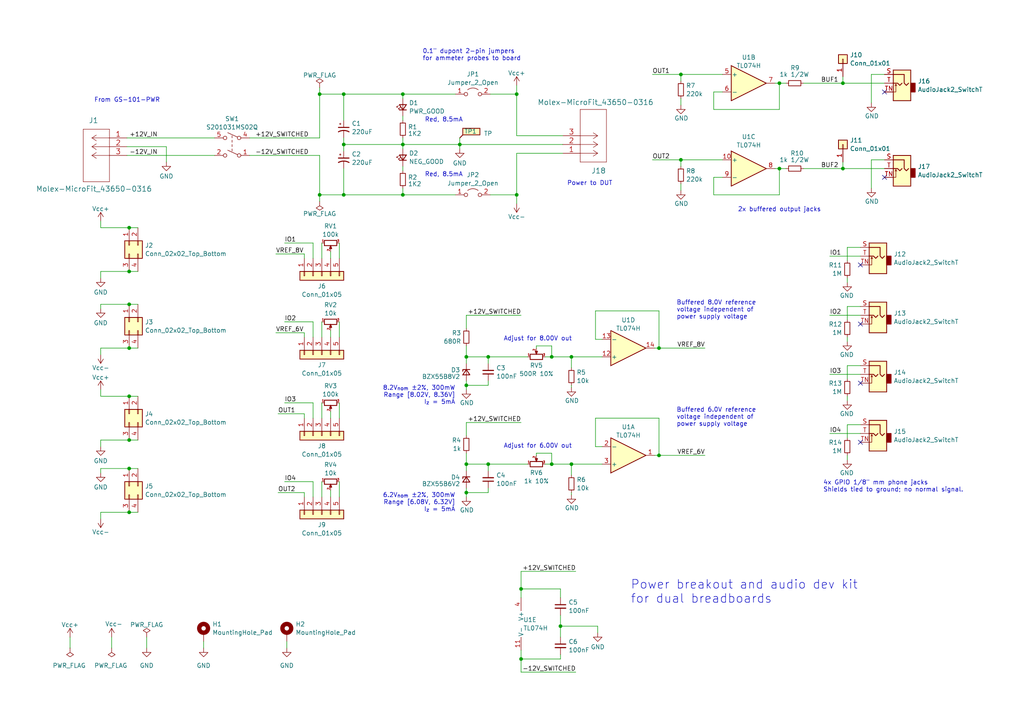
<source format=kicad_sch>
(kicad_sch (version 20231120) (generator "eeschema") (generator_version "8.0")
  (paper "A4")
  (lib_symbols
    (symbol "Aaron-Connectors:Molex-MicroFit_43650-0316" (pin_names (offset 0.254) hide)
      (property "Reference" "J" (at 8.89 6.35 0))
      (property "Value" "Molex-MicroFit_43650-0316" (at 9.5504 -14.7828 0))
      (symbol "Molex-MicroFit_43650-0316_1_1"
        (pin passive line (at 0 0 0) (length 5.08) (name "1") (number "1"))
        (pin passive line (at 0 -2.54 0) (length 5.08) (name "2") (number "2"))
        (pin passive line (at 0 -5.08 0) (length 5.08) (name "3") (number "3"))
      )
    )
    (symbol "Aaron-OpAmps-Comparators:TL074H" (pin_names (offset 0.127))
      (property "Reference" "U" (at 0 5.08 0))
      (property "Value" "TL074H" (at 0 -5.08 0))
      (symbol "TL074H_1_1"
        (pin output line (at 7.62 0 180) (length 2.54) (name "~") (number "1"))
        (pin input line (at -7.62 -2.54 0) (length 2.54) (name "-") (number "2"))
        (pin input line (at -7.62 2.54 0) (length 2.54) (name "+") (number "3"))
      )
      (symbol "TL074H_2_1"
        (pin input line (at -7.62 2.54 0) (length 2.54) (name "+") (number "5"))
        (pin input line (at -7.62 -2.54 0) (length 2.54) (name "-") (number "6"))
        (pin output line (at 7.62 0 180) (length 2.54) (name "~") (number "7"))
      )
      (symbol "TL074H_3_1"
        (pin input line (at -7.62 2.54 0) (length 2.54) (name "+") (number "10"))
        (pin output line (at 7.62 0 180) (length 2.54) (name "~") (number "8"))
        (pin input line (at -7.62 -2.54 0) (length 2.54) (name "-") (number "9"))
      )
      (symbol "TL074H_4_1"
        (pin input line (at -7.62 2.54 0) (length 2.54) (name "+") (number "12"))
        (pin input line (at -7.62 -2.54 0) (length 2.54) (name "-") (number "13"))
        (pin output line (at 7.62 0 180) (length 2.54) (name "~") (number "14"))
      )
      (symbol "TL074H_5_1"
        (pin power_in line (at -2.54 -7.62 90) (length 3.81) (name "V-") (number "11"))
        (pin power_in line (at -2.54 7.62 270) (length 3.81) (name "V+") (number "4"))
      )
    )
    (symbol "Aaron-Power:Vcc+" (power) (pin_names (offset 0)) (in_bom no)
      (property "Value" "Vcc+" (at 0 3.81 0))
      (symbol "Vcc+_1_1"
        (pin power_in line (at 0 0 90) (length 0) hide (name "Vcc+") (number "1"))
      )
    )
    (symbol "Aaron-Power:Vcc-" (power) (pin_names (offset 0)) (in_bom no)
      (property "Value" "Vcc-" (at 0 3.81 0))
      (symbol "Vcc-_1_1"
        (pin power_in line (at 0 0 90) (length 0) hide (name "Vcc-") (number "1"))
      )
    )
    (symbol "Connector:TestPoint_Flag" (pin_numbers hide) (pin_names (offset 0.762) hide)
      (property "Reference" "TP" (at 3.429 1.778 0))
      (property "Value" "TestPoint_Flag" (at 3.302 4.191 0))
      (symbol "TestPoint_Flag_1_1"
        (pin passive line (at 0 0 90) (length 0) (name "1") (number "1"))
      )
    )
    (symbol "Connector_Audio:AudioJack2_SwitchT"
      (property "Reference" "J" (at 0 8.89 0))
      (property "Value" "AudioJack2_SwitchT" (at 0 6.35 0))
      (symbol "AudioJack2_SwitchT_1_1"
        (pin passive line (at 5.08 2.54 180) (length 2.54) (name "~") (number "S"))
        (pin passive line (at 5.08 0 180) (length 2.54) (name "~") (number "T"))
        (pin passive line (at 5.08 -2.54 180) (length 2.54) (name "~") (number "TN"))
      )
    )
    (symbol "Connector_Generic:Conn_01x01" (pin_names (offset 1.016) hide)
      (property "Reference" "J" (at 0 2.54 0))
      (property "Value" "Conn_01x01" (at 0 -2.54 0))
      (symbol "Conn_01x01_1_1"
        (pin passive line (at -5.08 0 0) (length 3.81) (name "Pin_1") (number "1"))
      )
    )
    (symbol "Connector_Generic:Conn_01x05" (pin_names (offset 1.016) hide)
      (property "Reference" "J" (at 0 7.62 0))
      (property "Value" "Conn_01x05" (at 0 -7.62 0))
      (symbol "Conn_01x05_1_1"
        (pin passive line (at -5.08 5.08 0) (length 3.81) (name "Pin_1") (number "1"))
        (pin passive line (at -5.08 2.54 0) (length 3.81) (name "Pin_2") (number "2"))
        (pin passive line (at -5.08 0 0) (length 3.81) (name "Pin_3") (number "3"))
        (pin passive line (at -5.08 -2.54 0) (length 3.81) (name "Pin_4") (number "4"))
        (pin passive line (at -5.08 -5.08 0) (length 3.81) (name "Pin_5") (number "5"))
      )
    )
    (symbol "Connector_Generic:Conn_02x02_Top_Bottom" (pin_names (offset 1.016) hide)
      (property "Reference" "J" (at 1.27 2.54 0))
      (property "Value" "Conn_02x02_Top_Bottom" (at 1.27 -5.08 0))
      (symbol "Conn_02x02_Top_Bottom_1_1"
        (pin passive line (at -5.08 0 0) (length 3.81) (name "Pin_1") (number "1"))
        (pin passive line (at -5.08 -2.54 0) (length 3.81) (name "Pin_2") (number "2"))
        (pin passive line (at 7.62 0 180) (length 3.81) (name "Pin_3") (number "3"))
        (pin passive line (at 7.62 -2.54 180) (length 3.81) (name "Pin_4") (number "4"))
      )
    )
    (symbol "Device:C_Polarized_Small_US" (pin_numbers hide) (pin_names (offset 0.254) hide)
      (property "Reference" "C" (at 0.254 1.778 0))
      (property "Value" "C_Polarized_Small_US" (at 0.254 -2.032 0))
      (symbol "C_Polarized_Small_US_1_1"
        (pin passive line (at 0 2.54 270) (length 2.032) (name "~") (number "1"))
        (pin passive line (at 0 -2.54 90) (length 2.032) (name "~") (number "2"))
      )
    )
    (symbol "Device:C_Small" (pin_numbers hide) (pin_names (offset 0.254) hide)
      (property "Reference" "C" (at 0.254 1.778 0))
      (property "Value" "C_Small" (at 0.254 -2.032 0))
      (symbol "C_Small_1_1"
        (pin passive line (at 0 2.54 270) (length 2.032) (name "~") (number "1"))
        (pin passive line (at 0 -2.54 90) (length 2.032) (name "~") (number "2"))
      )
    )
    (symbol "Device:D_Zener_Small" (pin_numbers hide) (pin_names (offset 0.254) hide)
      (property "Reference" "D" (at 0 2.286 0))
      (property "Value" "D_Zener_Small" (at 0 -2.286 0))
      (symbol "D_Zener_Small_1_1"
        (pin passive line (at -2.54 0 0) (length 1.778) (name "K") (number "1"))
        (pin passive line (at 2.54 0 180) (length 1.778) (name "A") (number "2"))
      )
    )
    (symbol "Device:LED_Small" (pin_numbers hide) (pin_names (offset 0.254) hide)
      (property "Reference" "D" (at -1.27 3.175 0))
      (property "Value" "LED_Small" (at -4.445 -2.54 0))
      (symbol "LED_Small_1_1"
        (pin passive line (at -2.54 0 0) (length 1.778) (name "K") (number "1"))
        (pin passive line (at 2.54 0 180) (length 1.778) (name "A") (number "2"))
      )
    )
    (symbol "Device:R_Potentiometer_Small" (pin_names (offset 1.016) hide)
      (property "Reference" "RV" (at -4.445 0 90))
      (property "Value" "R_Potentiometer_Small" (at -2.54 0 90))
      (symbol "R_Potentiometer_Small_1_1"
        (pin passive line (at 0 2.54 270) (length 0.635) (name "1") (number "1"))
        (pin passive line (at 2.54 0 180) (length 0.9906) (name "2") (number "2"))
        (pin passive line (at 0 -2.54 90) (length 0.635) (name "3") (number "3"))
      )
    )
    (symbol "Device:R_Small" (pin_numbers hide) (pin_names (offset 0.254) hide)
      (property "Reference" "R" (at 0.762 0.508 0))
      (property "Value" "R_Small" (at 0.762 -1.016 0))
      (symbol "R_Small_1_1"
        (pin passive line (at 0 2.54 270) (length 0.762) (name "~") (number "1"))
        (pin passive line (at 0 -2.54 90) (length 0.762) (name "~") (number "2"))
      )
    )
    (symbol "Jumper:Jumper_2_Open" (pin_names (offset 0) hide)
      (property "Reference" "JP" (at 0 2.794 0))
      (property "Value" "Jumper_2_Open" (at 0 -2.286 0))
      (symbol "Jumper_2_Open_1_1"
        (pin passive line (at -5.08 0 0) (length 2.54) (name "A") (number "1"))
        (pin passive line (at 5.08 0 180) (length 2.54) (name "B") (number "2"))
      )
    )
    (symbol "Mechanical:MountingHole_Pad" (pin_numbers hide) (pin_names (offset 1.016) hide)
      (property "Reference" "H" (at 0 6.35 0))
      (property "Value" "MountingHole_Pad" (at 0 4.445 0))
      (symbol "MountingHole_Pad_1_1"
        (pin input line (at 0 -2.54 90) (length 2.54) (name "1") (number "1"))
      )
    )
    (symbol "Switch:SW_DPST" (pin_names (offset 0) hide)
      (property "Reference" "SW1" (at 0 8.0813 0))
      (property "Value" "S201031MS02Q" (at 0 5.6571 0))
      (symbol "SW_DPST_1_1"
        (pin passive line (at -5.08 -2.54 0) (length 2.54) (name "1") (number "1"))
        (pin passive line (at 5.08 -2.54 180) (length 2.54) (name "2") (number "2"))
        (pin passive line (at -5.08 2.54 0) (length 2.54) (name "4") (number "4"))
        (pin passive line (at 5.08 2.54 180) (length 2.54) (name "5") (number "5"))
      )
    )
    (symbol "power:GND" (power) (pin_names (offset 0))
      (property "Value" "GND" (at 0 -3.81 0))
      (symbol "GND_1_1"
        (pin power_in line (at 0 0 270) (length 0) hide (name "GND") (number "1"))
      )
    )
    (symbol "power:PWR_FLAG" (power) (pin_numbers hide) (pin_names (offset 0) hide)
      (property "Value" "PWR_FLAG" (at 0 3.81 0))
      (symbol "PWR_FLAG_0_0"
        (pin power_out line (at 0 0 90) (length 0) (name "pwr") (number "1"))
      )
    )
  )
  (junction (at 226.06 24.13))
  (junction (at 151.13 170.815))
  (junction (at 37.465 78.74))
  (junction (at 151.13 191.135))
  (junction (at 135.255 111.76))
  (junction (at 191.135 100.965))
  (junction (at 99.695 56.515))
  (junction (at 37.465 135.89))
  (junction (at 133.35 41.91))
  (junction (at 37.465 127.635))
  (junction (at 99.695 27.305))
  (junction (at 160.02 134.62))
  (junction (at 37.465 148.59))
  (junction (at 141.605 134.62))
  (junction (at 135.255 142.875))
  (junction (at 160.02 103.505))
  (junction (at 135.255 103.505))
  (junction (at 226.06 48.895))
  (junction (at 197.485 46.355))
  (junction (at 141.605 103.505))
  (junction (at 116.84 56.515))
  (junction (at 135.255 134.62))
  (junction (at 197.485 21.59))
  (junction (at 244.475 24.13))
  (junction (at 37.465 88.265))
  (junction (at 165.735 134.62))
  (junction (at 99.695 41.91))
  (junction (at 37.465 100.965))
  (junction (at 37.465 114.935))
  (junction (at 191.135 132.08))
  (junction (at 244.475 48.895))
  (junction (at 162.56 181.61))
  (junction (at 37.465 66.04))
  (junction (at 149.86 27.305))
  (junction (at 92.71 56.515))
  (junction (at 116.84 27.305))
  (junction (at 165.735 103.505))
  (junction (at 92.71 27.305))
  (junction (at 116.84 41.91))
  (junction (at 149.86 56.515))
  (no_connect (at 249.555 76.835))
  (no_connect (at 249.555 93.98))
  (no_connect (at 256.54 26.67))
  (no_connect (at 249.555 111.125))
  (no_connect (at 249.555 128.27))
  (no_connect (at 256.54 51.435))
  (wire (pts (xy 99.695 41.91) (xy 99.695 43.815)))
  (wire (pts (xy 141.605 103.505) (xy 141.605 105.41)))
  (wire (pts (xy 29.21 114.935) (xy 37.465 114.935)))
  (wire (pts (xy 99.695 48.895) (xy 99.695 56.515)))
  (wire (pts (xy 98.425 139.7) (xy 98.425 144.145)))
  (wire (pts (xy 191.135 90.17) (xy 172.72 90.17)))
  (wire (pts (xy 48.26 46.99) (xy 48.26 42.545)))
  (wire (pts (xy 29.21 148.59) (xy 37.465 148.59)))
  (wire (pts (xy 29.21 127.635) (xy 37.465 127.635)))
  (wire (pts (xy 151.13 91.44) (xy 135.255 91.44)))
  (wire (pts (xy 29.21 66.04) (xy 37.465 66.04)))
  (wire (pts (xy 245.745 80.645) (xy 245.745 81.915)))
  (wire (pts (xy 32.385 184.785) (xy 32.385 187.96)))
  (wire (pts (xy 142.24 56.515) (xy 149.86 56.515)))
  (wire (pts (xy 37.465 66.04) (xy 40.005 66.04)))
  (wire (pts (xy 95.885 95.885) (xy 95.885 97.79)))
  (wire (pts (xy 95.885 119.38) (xy 95.885 121.285)))
  (wire (pts (xy 135.255 103.505) (xy 135.255 105.41)))
  (wire (pts (xy 135.255 100.33) (xy 135.255 103.505)))
  (wire (pts (xy 133.35 41.91) (xy 133.35 43.18)))
  (wire (pts (xy 249.555 91.44) (xy 240.665 91.44)))
  (wire (pts (xy 207.01 51.435) (xy 207.01 56.515)))
  (wire (pts (xy 82.55 139.7) (xy 90.805 139.7)))
  (wire (pts (xy 135.255 111.76) (xy 141.605 111.76)))
  (wire (pts (xy 141.605 141.605) (xy 141.605 142.875)))
  (wire (pts (xy 29.21 64.135) (xy 29.21 66.04)))
  (wire (pts (xy 249.555 74.295) (xy 240.665 74.295)))
  (wire (pts (xy 197.485 48.26) (xy 197.485 46.355)))
  (wire (pts (xy 29.21 88.265) (xy 29.21 89.535)))
  (wire (pts (xy 29.21 102.87) (xy 29.21 100.965)))
  (wire (pts (xy 142.24 27.305) (xy 149.86 27.305)))
  (wire (pts (xy 90.805 70.485) (xy 90.805 74.93)))
  (wire (pts (xy 42.545 184.785) (xy 42.545 187.96)))
  (wire (pts (xy 135.255 91.44) (xy 135.255 95.25)))
  (wire (pts (xy 197.485 28.575) (xy 197.485 30.48)))
  (wire (pts (xy 135.255 110.49) (xy 135.255 111.76)))
  (wire (pts (xy 249.555 123.19) (xy 245.745 123.19)))
  (wire (pts (xy 29.21 88.265) (xy 37.465 88.265)))
  (wire (pts (xy 162.56 181.61) (xy 162.56 184.785)))
  (wire (pts (xy 165.735 143.51) (xy 165.735 142.875)))
  (wire (pts (xy 90.805 93.345) (xy 90.805 97.79)))
  (wire (pts (xy 162.56 191.135) (xy 162.56 189.865)))
  (wire (pts (xy 197.485 53.34) (xy 197.485 55.245)))
  (wire (pts (xy 90.805 139.7) (xy 90.805 144.145)))
  (wire (pts (xy 155.575 100.965) (xy 155.575 100.33)))
  (wire (pts (xy 95.885 73.025) (xy 95.885 74.93)))
  (wire (pts (xy 224.79 48.895) (xy 226.06 48.895)))
  (wire (pts (xy 80.01 96.52) (xy 88.265 96.52)))
  (wire (pts (xy 245.745 123.19) (xy 245.745 127)))
  (wire (pts (xy 197.485 21.59) (xy 209.55 21.59)))
  (wire (pts (xy 88.265 97.79) (xy 88.265 96.52)))
  (wire (pts (xy 83.185 186.055) (xy 83.185 187.96)))
  (wire (pts (xy 36.83 42.545) (xy 48.26 42.545)))
  (wire (pts (xy 37.465 135.89) (xy 40.005 135.89)))
  (wire (pts (xy 80.645 142.875) (xy 88.265 142.875)))
  (wire (pts (xy 165.735 134.62) (xy 174.625 134.62)))
  (wire (pts (xy 256.54 21.59) (xy 252.73 21.59)))
  (wire (pts (xy 165.735 103.505) (xy 165.735 106.68)))
  (wire (pts (xy 245.745 114.935) (xy 245.745 116.205)))
  (wire (pts (xy 197.485 23.495) (xy 197.485 21.59)))
  (wire (pts (xy 245.745 132.08) (xy 245.745 133.35)))
  (wire (pts (xy 116.84 41.91) (xy 116.84 43.18)))
  (wire (pts (xy 135.255 134.62) (xy 135.255 136.525)))
  (wire (pts (xy 173.355 183.515) (xy 173.355 181.61)))
  (wire (pts (xy 151.13 165.735) (xy 151.13 170.815)))
  (wire (pts (xy 99.695 40.005) (xy 99.695 41.91)))
  (wire (pts (xy 80.01 73.66) (xy 88.265 73.66)))
  (wire (pts (xy 72.39 45.085) (xy 92.71 45.085)))
  (wire (pts (xy 167.005 194.945) (xy 151.13 194.945)))
  (wire (pts (xy 245.745 97.79) (xy 245.745 99.06)))
  (wire (pts (xy 135.255 142.875) (xy 141.605 142.875)))
  (wire (pts (xy 141.605 103.505) (xy 153.035 103.505)))
  (wire (pts (xy 207.01 56.515) (xy 226.06 56.515)))
  (wire (pts (xy 151.13 170.815) (xy 151.13 173.355)))
  (wire (pts (xy 224.79 24.13) (xy 226.06 24.13)))
  (wire (pts (xy 29.21 129.54) (xy 29.21 127.635)))
  (wire (pts (xy 160.02 100.33) (xy 160.02 103.505)))
  (wire (pts (xy 155.575 131.445) (xy 160.02 131.445)))
  (wire (pts (xy 155.575 132.08) (xy 155.575 131.445)))
  (wire (pts (xy 158.115 134.62) (xy 160.02 134.62)))
  (wire (pts (xy 29.21 135.89) (xy 29.21 137.16)))
  (wire (pts (xy 99.695 34.925) (xy 99.695 27.305)))
  (wire (pts (xy 209.55 51.435) (xy 207.01 51.435)))
  (wire (pts (xy 160.02 131.445) (xy 160.02 134.62)))
  (wire (pts (xy 29.21 135.89) (xy 37.465 135.89)))
  (wire (pts (xy 245.745 88.9) (xy 245.745 92.71)))
  (wire (pts (xy 29.21 113.03) (xy 29.21 114.935)))
  (wire (pts (xy 92.71 27.305) (xy 92.71 40.005)))
  (wire (pts (xy 98.425 116.84) (xy 98.425 121.285)))
  (wire (pts (xy 158.115 103.505) (xy 160.02 103.505)))
  (wire (pts (xy 93.345 93.345) (xy 93.345 97.79)))
  (wire (pts (xy 98.425 70.485) (xy 98.425 74.93)))
  (wire (pts (xy 149.86 44.45) (xy 149.86 56.515)))
  (wire (pts (xy 256.54 46.355) (xy 252.73 46.355)))
  (wire (pts (xy 151.13 122.555) (xy 135.255 122.555)))
  (wire (pts (xy 80.645 120.015) (xy 88.265 120.015)))
  (wire (pts (xy 37.465 78.74) (xy 40.005 78.74)))
  (wire (pts (xy 116.84 27.305) (xy 132.08 27.305)))
  (wire (pts (xy 82.55 70.485) (xy 90.805 70.485)))
  (wire (pts (xy 92.71 56.515) (xy 99.695 56.515)))
  (wire (pts (xy 99.695 27.305) (xy 116.84 27.305)))
  (wire (pts (xy 29.21 100.965) (xy 37.465 100.965)))
  (wire (pts (xy 155.575 100.33) (xy 160.02 100.33)))
  (wire (pts (xy 37.465 127.635) (xy 40.005 127.635)))
  (wire (pts (xy 92.71 58.42) (xy 92.71 56.515)))
  (wire (pts (xy 116.84 54.61) (xy 116.84 56.515)))
  (wire (pts (xy 141.605 134.62) (xy 141.605 136.525)))
  (wire (pts (xy 135.255 134.62) (xy 141.605 134.62)))
  (wire (pts (xy 173.355 181.61) (xy 162.56 181.61)))
  (wire (pts (xy 36.83 40.005) (xy 62.23 40.005)))
  (wire (pts (xy 151.13 191.135) (xy 162.56 191.135)))
  (wire (pts (xy 189.865 132.08) (xy 191.135 132.08)))
  (wire (pts (xy 191.135 100.965) (xy 204.47 100.965)))
  (wire (pts (xy 197.485 46.355) (xy 189.23 46.355)))
  (wire (pts (xy 207.01 31.75) (xy 226.06 31.75)))
  (wire (pts (xy 135.255 141.605) (xy 135.255 142.875)))
  (wire (pts (xy 72.39 40.005) (xy 92.71 40.005)))
  (wire (pts (xy 191.135 100.965) (xy 191.135 90.17)))
  (wire (pts (xy 20.32 184.785) (xy 20.32 187.96)))
  (wire (pts (xy 116.84 33.655) (xy 116.84 34.925)))
  (wire (pts (xy 116.84 40.005) (xy 116.84 41.91)))
  (wire (pts (xy 165.735 134.62) (xy 165.735 137.795)))
  (wire (pts (xy 37.465 148.59) (xy 40.005 148.59)))
  (wire (pts (xy 133.35 40.005) (xy 133.35 41.91)))
  (wire (pts (xy 249.555 71.755) (xy 245.745 71.755)))
  (wire (pts (xy 149.86 44.45) (xy 163.195 44.45)))
  (wire (pts (xy 98.425 93.345) (xy 98.425 97.79)))
  (wire (pts (xy 207.01 26.67) (xy 207.01 31.75)))
  (wire (pts (xy 135.255 103.505) (xy 141.605 103.505)))
  (wire (pts (xy 116.84 56.515) (xy 132.08 56.515)))
  (wire (pts (xy 59.055 186.055) (xy 59.055 187.96)))
  (wire (pts (xy 37.465 100.965) (xy 40.005 100.965)))
  (wire (pts (xy 141.605 134.62) (xy 153.035 134.62)))
  (wire (pts (xy 226.06 31.75) (xy 226.06 24.13)))
  (wire (pts (xy 37.465 88.265) (xy 40.005 88.265)))
  (wire (pts (xy 99.695 56.515) (xy 116.84 56.515)))
  (wire (pts (xy 36.83 45.085) (xy 62.23 45.085)))
  (wire (pts (xy 82.55 93.345) (xy 90.805 93.345)))
  (wire (pts (xy 92.71 25.4) (xy 92.71 27.305)))
  (wire (pts (xy 172.72 90.17) (xy 172.72 98.425)))
  (wire (pts (xy 135.255 113.03) (xy 135.255 111.76)))
  (wire (pts (xy 233.045 48.895) (xy 244.475 48.895)))
  (wire (pts (xy 244.475 22.225) (xy 244.475 24.13)))
  (wire (pts (xy 233.045 24.13) (xy 244.475 24.13)))
  (wire (pts (xy 37.465 114.935) (xy 40.005 114.935)))
  (wire (pts (xy 249.555 108.585) (xy 240.665 108.585)))
  (wire (pts (xy 252.73 46.355) (xy 252.73 54.61)))
  (wire (pts (xy 88.265 74.93) (xy 88.265 73.66)))
  (wire (pts (xy 226.06 24.13) (xy 227.965 24.13)))
  (wire (pts (xy 133.35 41.91) (xy 163.195 41.91)))
  (wire (pts (xy 252.73 21.59) (xy 252.73 29.845)))
  (wire (pts (xy 95.885 142.24) (xy 95.885 144.145)))
  (wire (pts (xy 162.56 170.815) (xy 151.13 170.815)))
  (wire (pts (xy 189.865 100.965) (xy 191.135 100.965)))
  (wire (pts (xy 149.86 27.305) (xy 149.86 39.37)))
  (wire (pts (xy 99.695 41.91) (xy 116.84 41.91)))
  (wire (pts (xy 244.475 48.895) (xy 256.54 48.895)))
  (wire (pts (xy 226.06 56.515) (xy 226.06 48.895)))
  (wire (pts (xy 116.84 48.26) (xy 116.84 49.53)))
  (wire (pts (xy 135.255 131.445) (xy 135.255 134.62)))
  (wire (pts (xy 99.695 27.305) (xy 92.71 27.305)))
  (wire (pts (xy 93.345 70.485) (xy 93.345 74.93)))
  (wire (pts (xy 116.84 27.305) (xy 116.84 28.575)))
  (wire (pts (xy 135.255 144.145) (xy 135.255 142.875)))
  (wire (pts (xy 249.555 88.9) (xy 245.745 88.9)))
  (wire (pts (xy 165.735 103.505) (xy 174.625 103.505)))
  (wire (pts (xy 141.605 110.49) (xy 141.605 111.76)))
  (wire (pts (xy 135.255 122.555) (xy 135.255 126.365)))
  (wire (pts (xy 88.265 144.145) (xy 88.265 142.875)))
  (wire (pts (xy 160.02 103.505) (xy 165.735 103.505)))
  (wire (pts (xy 172.72 121.285) (xy 172.72 129.54)))
  (wire (pts (xy 162.56 178.435) (xy 162.56 181.61)))
  (wire (pts (xy 90.805 116.84) (xy 90.805 121.285)))
  (wire (pts (xy 149.86 56.515) (xy 149.86 59.055)))
  (wire (pts (xy 163.195 39.37) (xy 149.86 39.37)))
  (wire (pts (xy 151.13 188.595) (xy 151.13 191.135)))
  (wire (pts (xy 160.02 134.62) (xy 165.735 134.62)))
  (wire (pts (xy 92.71 45.085) (xy 92.71 56.515)))
  (wire (pts (xy 29.21 80.645) (xy 29.21 78.74)))
  (wire (pts (xy 191.135 121.285) (xy 172.72 121.285)))
  (wire (pts (xy 151.13 191.135) (xy 151.13 194.945)))
  (wire (pts (xy 197.485 46.355) (xy 209.55 46.355)))
  (wire (pts (xy 249.555 125.73) (xy 240.665 125.73)))
  (wire (pts (xy 244.475 46.99) (xy 244.475 48.895)))
  (wire (pts (xy 133.35 41.91) (xy 116.84 41.91)))
  (wire (pts (xy 244.475 24.13) (xy 256.54 24.13)))
  (wire (pts (xy 29.21 78.74) (xy 37.465 78.74)))
  (wire (pts (xy 245.745 71.755) (xy 245.745 75.565)))
  (wire (pts (xy 88.265 121.285) (xy 88.265 120.015)))
  (wire (pts (xy 245.745 106.045) (xy 245.745 109.855)))
  (wire (pts (xy 93.345 116.84) (xy 93.345 121.285)))
  (wire (pts (xy 149.86 24.765) (xy 149.86 27.305)))
  (wire (pts (xy 197.485 21.59) (xy 189.23 21.59)))
  (wire (pts (xy 162.56 173.355) (xy 162.56 170.815)))
  (wire (pts (xy 29.21 150.495) (xy 29.21 148.59)))
  (wire (pts (xy 93.345 139.7) (xy 93.345 144.145)))
  (wire (pts (xy 165.735 112.395) (xy 165.735 111.76)))
  (wire (pts (xy 191.135 132.08) (xy 204.47 132.08)))
  (wire (pts (xy 249.555 106.045) (xy 245.745 106.045)))
  (wire (pts (xy 172.72 129.54) (xy 174.625 129.54)))
  (wire (pts (xy 209.55 26.67) (xy 207.01 26.67)))
  (wire (pts (xy 167.005 165.735) (xy 151.13 165.735)))
  (wire (pts (xy 172.72 98.425) (xy 174.625 98.425)))
  (wire (pts (xy 191.135 132.08) (xy 191.135 121.285)))
  (wire (pts (xy 82.55 116.84) (xy 90.805 116.84)))
  (wire (pts (xy 226.06 48.895) (xy 227.965 48.895)))
  (text "8.2V_{nom} ±2%, 300mW\nRange [8.02V, 8.36V]\nI_{z} = 5mA" (at 132.08 117.475 0) (effects (font (size 1.27 1.27)) (justify right bottom)))
  (text "0.1\" dupont 2-pin jumpers \nfor ammeter probes to board" (at 122.555 17.78 0) (effects (font (size 1.27 1.27)) (justify left bottom)))
  (text "Buffered 8.0V reference\nvoltage independent of \npower supply voltage" (at 196.215 92.71 0) (effects (font (size 1.27 1.27)) (justify left bottom)))
  (text "6.2V_{nom} ±2%, 300mW\nRange [6.08V, 6.32V]\nI_{z} = 5mA" (at 132.08 148.59 0) (effects (font (size 1.27 1.27)) (justify right bottom)))
  (text "Adjust for 6.00V out" (at 146.05 130.175 0) (effects (font (size 1.27 1.27)) (justify left bottom)))
  (text "Red, 8.5mA" (at 123.19 35.56 0) (effects (font (size 1.27 1.27)) (justify left bottom)))
  (text "Power breakout and audio dev kit \nfor dual breadboards" (at 182.88 175.26 0) (effects (font (size 2.54 2.54)) (justify left bottom)))
  (text "2x buffered output jacks\n" (at 213.995 61.595 0) (effects (font (size 1.27 1.27)) (justify left bottom)))
  (text "Red, 8.5mA" (at 123.19 51.435 0) (effects (font (size 1.27 1.27)) (justify left bottom)))
  (text "From GS-101-PWR" (at 27.305 29.845 0) (effects (font (size 1.27 1.27)) (justify left bottom)))
  (text "Buffered 6.0V reference\nvoltage independent of \npower supply voltage" (at 196.215 123.825 0) (effects (font (size 1.27 1.27)) (justify left bottom)))
  (text "4x GPIO 1/8\" mm phone jacks\nShields tied to ground; no normal signal." (at 238.76 142.875 0) (effects (font (size 1.27 1.27)) (justify left bottom)))
  (text "Power to DUT" (at 164.465 53.975 0) (effects (font (size 1.27 1.27)) (justify left bottom)))
  (text "Adjust for 8.00V out" (at 146.05 99.06 0) (effects (font (size 1.27 1.27)) (justify left bottom)))
  (label "-12V_IN" (at 45.72 45.085 180))
  (label "+12V_SWITCHED" (at 167.005 165.735 180))
  (label "+12V_SWITCHED" (at 151.13 122.555 180))
  (label "+12V_IN" (at 45.72 40.005 180))
  (label "OUT2" (at 189.23 46.355 0))
  (label "VREF_8V" (at 80.01 73.66 0))
  (label "IO4" (at 240.665 125.73 0))
  (label "OUT1" (at 189.23 21.59 0))
  (label "VREF_6V" (at 204.47 132.08 180))
  (label "IO2" (at 82.55 93.345 0))
  (label "IO2" (at 240.665 91.44 0))
  (label "IO1" (at 240.665 74.295 0))
  (label "+12V_SWITCHED" (at 151.13 91.44 180))
  (label "BUF2" (at 243.205 48.895 180))
  (label "-12V_SWITCHED" (at 167.005 194.945 180))
  (label "+12V_SWITCHED" (at 89.535 40.005 180))
  (label "-12V_SWITCHED" (at 89.535 45.085 180))
  (label "IO4" (at 82.55 139.7 0))
  (label "IO3" (at 82.55 116.84 0))
  (label "OUT1" (at 80.645 120.015 0))
  (label "BUF1" (at 243.205 24.13 180))
  (label "IO1" (at 82.55 70.485 0))
  (label "VREF_8V" (at 204.47 100.965 180))
  (label "VREF_6V" (at 80.01 96.52 0))
  (label "IO3" (at 240.665 108.585 0))
  (label "OUT2" (at 80.645 142.875 0))
  (symbol (lib_id "power:GND") (at 29.21 89.535 0) (unit 1)
    (property "Reference" "#PWR04" (effects (hide yes)))
    (property "Value" "GND" (at 29.21 93.6681 0))
  )
  (symbol (lib_id "Device:R_Small") (at 135.255 128.905 0) (unit 1)
    (property "Reference" "R4" (at 133.7564 127.6929 0) (effects (justify right)))
    (property "Value" "1k" (at 133.7564 130.1171 0) (effects (justify right)))
    (property "Footprint" "Resistor_SMD:R_0805_2012Metric_Pad1.20x1.40mm_HandSolder" (effects (hide yes)))
    (property "IPN" "000048B" (effects (hide yes)))
    (property "IPN, Base" "000048" (effects (hide yes)))
    (property "MANUFACTURER" "Stackpole" (effects (hide yes)))
    (property "MPN" "RMCF0805FT1K00" (effects (hide yes)))
  )
  (symbol (lib_id "power:GND") (at 29.21 137.16 0) (unit 1)
    (property "Reference" "#PWR08" (effects (hide yes)))
    (property "Value" "GND" (at 29.21 141.2931 0))
  )
  (symbol (lib_id "power:GND") (at 29.21 129.54 0) (unit 1)
    (property "Reference" "#PWR07" (effects (hide yes)))
    (property "Value" "GND" (at 29.21 133.6731 0))
  )
  (symbol (lib_id "power:GND") (at 165.735 112.395 0) (unit 1)
    (property "Reference" "#PWR020" (effects (hide yes)))
    (property "Value" "GND" (at 163.83 116.205 0) (effects (justify left)))
  )
  (symbol (lib_id "Aaron-Connectors:Molex-MicroFit_43650-0316") (at 36.83 40.005 0) (mirror y) (unit 1)
    (property "Reference" "J1" (at 28.575 34.925 0) (effects (font (size 1.524 1.524)) (justify left)))
    (property "Value" "Molex-MicroFit_43650-0316" (at 27.2796 54.7878 0) (effects (font (size 1.524 1.524))))
    (property "Footprint" "Aaron_THT:Molex-Microfit-43650-0316" (effects (hide yes)))
    (property "Datasheet" "https://www.molex.com/webdocs/datasheets/pdf/en-us/0436500316_PCB_HEADERS.pdf" (effects (hide yes)))
    (property "MANUFACTURER" "Molex" (effects (hide yes)))
    (property "MPN" "436500316" (effects (hide yes)))
    (property "IPN" "000079" (effects (hide yes)))
    (property "IPN, Base" "000079" (effects (hide yes)))
  )
  (symbol (lib_id "power:GND") (at 42.545 187.96 0) (unit 1)
    (property "Reference" "#PWR011" (effects (hide yes)))
    (property "Value" "GND" (at 42.545 193.04 0))
  )
  (symbol (lib_id "Connector_Generic:Conn_01x05") (at 93.345 102.87 90) (mirror x) (unit 1)
    (property "Reference" "J7" (at 93.345 105.8601 90))
    (property "Value" "Conn_01x05" (at 93.345 108.2843 90))
    (property "Footprint" "Connector_PinHeader_2.54mm:PinHeader_1x05_P2.54mm_Vertical" (effects (hide yes)))
    (property "IPN" "000265B" (effects (hide yes)))
    (property "IPN, Base" "000265" (effects (hide yes)))
    (property "MANUFACTURER" "TE Connectivity AMP Connectors" (effects (hide yes)))
    (property "MPN" "5-146850-1" (effects (hide yes)))
  )
  (symbol (lib_id "Device:R_Small") (at 165.735 109.22 0) (mirror y) (unit 1)
    (property "Reference" "R5" (at 167.2336 108.0079 0) (effects (justify right)))
    (property "Value" "10k" (at 167.2336 110.4321 0) (effects (justify right)))
    (property "Footprint" "Resistor_SMD:R_0805_2012Metric_Pad1.20x1.40mm_HandSolder" (effects (hide yes)))
    (property "IPN" "000049E" (effects (hide yes)))
    (property "IPN, Base" "000049" (effects (hide yes)))
    (property "MANUFACTURER" "Stackpole" (effects (hide yes)))
    (property "MPN" "RMCF0805FT10K0" (effects (hide yes)))
  )
  (symbol (lib_id "power:PWR_FLAG") (at 42.545 184.785 0) (unit 1)
    (property "Reference" "#FLG03" (effects (hide yes)))
    (property "Value" "PWR_FLAG" (at 42.545 181.2092 0))
  )
  (symbol (lib_id "power:GND") (at 252.73 54.61 0) (unit 1)
    (property "Reference" "#PWR026" (effects (hide yes)))
    (property "Value" "GND" (at 250.825 58.42 0) (effects (justify left)))
  )
  (symbol (lib_id "Connector_Generic:Conn_01x05") (at 93.345 126.365 90) (mirror x) (unit 1)
    (property "Reference" "J8" (at 93.345 129.3551 90))
    (property "Value" "Conn_01x05" (at 93.345 131.7793 90))
    (property "Footprint" "Connector_PinHeader_2.54mm:PinHeader_1x05_P2.54mm_Vertical" (effects (hide yes)))
    (property "IPN" "000265B" (effects (hide yes)))
    (property "IPN, Base" "000265" (effects (hide yes)))
    (property "MANUFACTURER" "TE Connectivity AMP Connectors" (effects (hide yes)))
    (property "MPN" "5-146850-1" (effects (hide yes)))
  )
  (symbol (lib_id "Connector_Audio:AudioJack2_SwitchT") (at 261.62 48.895 0) (mirror y) (unit 1)
    (property "Reference" "J17" (at 266.192 48.3179 0) (effects (justify right)))
    (property "Value" "AudioJack2_SwitchT" (at 266.192 50.7421 0) (effects (justify right)))
    (property "Footprint" "Aaron_THT:Schurter-4832.2211" (effects (hide yes)))
    (property "MPN" "4832.2211" (effects (hide yes)))
    (property "MANUFACTURER" "Schurter" (effects (hide yes)))
    (property "IPN" "000111" (effects (hide yes)))
    (property "IPN, Base" "000111" (effects (hide yes)))
  )
  (symbol (lib_id "Aaron-OpAmps-Comparators:TL074H") (at 182.245 100.965 0) (mirror x) (unit 4)
    (property "Reference" "U1" (at 182.245 92.8258 0))
    (property "Value" "TL074H" (at 182.245 95.25 0))
    (property "Footprint" "Aaron_TI_Parts:TI_SOIC_D_R-PDSO-G14" (effects (hide yes)))
    (property "Datasheet" "https://www.ti.com/lit/ds/symlink/tl074h.pdf" (effects (hide yes)))
    (property "MANUFACTURER" "TI" (effects (hide yes)))
    (property "MPN" "TL074HIDR" (effects (hide yes)))
    (property "IPN" "000162A" (effects (hide yes)))
    (property "IPN, Base" "000162" (effects (hide yes)))
  )
  (symbol (lib_id "Device:C_Small") (at 162.56 175.895 0) (unit 1)
    (property "Reference" "C5" (at 164.8841 174.6892 0) (effects (justify left)))
    (property "Value" "100nF" (at 164.8841 177.1134 0) (effects (justify left)))
    (property "Footprint" "Capacitor_SMD:C_0805_2012Metric_Pad1.18x1.45mm_HandSolder" (effects (hide yes)))
    (property "IPN" "000148A" (effects (hide yes)))
    (property "IPN, Base" "000148" (effects (hide yes)))
    (property "MANUFACTURER" "Samsung Electro-Mechanical" (effects (hide yes)))
    (property "MPN" "CL21B104KBFNNNE" (effects (hide yes)))
  )
  (symbol (lib_id "power:GND") (at 59.055 187.96 0) (unit 1)
    (property "Reference" "#PWR013" (effects (hide yes)))
    (property "Value" "GND" (at 59.055 193.04 0))
  )
  (symbol (lib_id "Device:R_Potentiometer_Small") (at 95.885 93.345 90) (mirror x) (unit 1)
    (property "Reference" "RV2" (at 95.885 88.4387 90))
    (property "Value" "10k" (at 95.885 90.8629 90))
    (property "Footprint" "Aaron_THT:Pot_Bourns_PTV09_vert_3dModel" (effects (hide yes)))
    (property "IPN" "000272" (effects (hide yes)))
    (property "IPN, Base" "000272" (effects (hide yes)))
    (property "MANUFACTURER" "Bourns" (effects (hide yes)))
    (property "MPN" "PTV09A-4025F-B103" (effects (hide yes)))
  )
  (symbol (lib_id "power:GND") (at 197.485 30.48 0) (unit 1)
    (property "Reference" "#PWR023" (effects (hide yes)))
    (property "Value" "GND" (at 195.58 34.29 0) (effects (justify left)))
  )
  (symbol (lib_id "Connector_Generic:Conn_02x02_Top_Bottom") (at 37.465 71.12 90) (mirror x) (unit 1)
    (property "Reference" "J2" (at 42.037 71.1779 90) (effects (justify right)))
    (property "Value" "Conn_02x02_Top_Bottom" (at 42.037 73.6021 90) (effects (justify right)))
    (property "Footprint" "Connector_PinHeader_2.54mm:PinHeader_2x02_P2.54mm_Vertical" (effects (hide yes)))
    (property "IPN" "000277A" (effects (hide yes)))
    (property "IPN, Base" "000277" (effects (hide yes)))
    (property "MANUFACTURER" "Amphenol" (effects (hide yes)))
    (property "MPN" "67997-400HLF" (effects (hide yes)))
  )
  (symbol (lib_id "Switch:SW_DPST") (at 67.31 42.545 0) (mirror y) (unit 1)
    (property "Reference" "SW1" (at 67.31 34.4637 0))
    (property "Value" "S201031MS02Q" (at 67.31 36.8879 0))
    (property "Footprint" "Aaron_THT:CK_SPDT_S201031MS02Q" (effects (hide yes)))
    (property "IPN" "000271" (effects (hide yes)))
    (property "IPN, Base" "000271" (effects (hide yes)))
    (property "MANUFACTURER" "C&K" (effects (hide yes)))
    (property "MPN" "S201031MS02Q" (effects (hide yes)))
  )
  (symbol (lib_id "Device:D_Zener_Small") (at 135.255 107.95 90) (mirror x) (unit 1)
    (property "Reference" "D3" (at 133.477 107.3063 90) (effects (justify left)))
    (property "Value" "BZX55B8V2" (at 133.477 109.2273 90) (effects (justify left)))
    (property "Footprint" "Diode_SMD:D_SOD-323_HandSoldering" (effects (hide yes)))
    (property "MPN" "MM3Z8V2ST1G" (effects (hide yes)))
    (property "IPN" "000230B" (effects (hide yes)))
    (property "IPN, Base" "000230" (effects (hide yes)))
    (property "MANUFACTURER" "onsemi" (effects (hide yes)))
  )
  (symbol (lib_id "power:GND") (at 133.35 43.18 0) (unit 1)
    (property "Reference" "#PWR015" (effects (hide yes)))
    (property "Value" "GND" (at 133.35 47.3131 0))
  )
  (symbol (lib_id "Device:LED_Small") (at 116.84 45.72 90) (unit 1)
    (property "Reference" "D2" (at 118.618 44.4444 90) (effects (justify right)))
    (property "Value" "NEG_GOOD" (at 118.618 46.8686 90) (effects (justify right)))
    (property "Footprint" "Aaron_THT:LED_D5.0mm_SilkFix" (effects (hide yes)))
    (property "IPN" "000278A" (effects (hide yes)))
    (property "IPN, Base" "000278" (effects (hide yes)))
    (property "MANUFACTURER" "Lite-On" (effects (hide yes)))
    (property "MPN" "LTL-4223" (effects (hide yes)))
  )
  (symbol (lib_id "Device:R_Potentiometer_Small") (at 95.885 70.485 90) (mirror x) (unit 1)
    (property "Reference" "RV1" (at 95.885 65.5787 90))
    (property "Value" "100k" (at 95.885 68.0029 90))
    (property "Footprint" "Aaron_THT:Pot_Bourns_PTV09_vert_3dModel" (effects (hide yes)))
    (property "IPN" "000113" (effects (hide yes)))
    (property "IPN, Base" "000113" (effects (hide yes)))
    (property "MANUFACTURER" "Bourns" (effects (hide yes)))
    (property "MPN" "PTV09A-4025F-B104" (effects (hide yes)))
  )
  (symbol (lib_id "power:GND") (at 245.745 81.915 0) (mirror y) (unit 1)
    (property "Reference" "#PWR027" (effects (hide yes)))
    (property "Value" "GND" (at 247.65 85.725 0) (effects (justify left)))
  )
  (symbol (lib_id "Device:R_Small") (at 245.745 129.54 0) (unit 1)
    (property "Reference" "R14" (at 244.2464 128.3279 0) (effects (justify right)))
    (property "Value" "1M" (at 244.2464 130.7521 0) (effects (justify right)))
    (property "Footprint" "Resistor_SMD:R_0805_2012Metric_Pad1.20x1.40mm_HandSolder" (effects (hide yes)))
    (property "IPN" "000055B" (effects (hide yes)))
    (property "IPN, Base" "000055" (effects (hide yes)))
    (property "MANUFACTURER" "Stackpole" (effects (hide yes)))
    (property "MPN" "RMCF0805FT1M00" (effects (hide yes)))
  )
  (symbol (lib_id "power:GND") (at 173.355 183.515 0) (unit 1)
    (property "Reference" "#PWR022" (effects (hide yes)))
    (property "Value" "GND" (at 173.355 187.6481 0))
  )
  (symbol (lib_id "Aaron-Connectors:Molex-MicroFit_43650-0316") (at 163.195 44.45 0) (mirror x) (unit 1)
    (property "Reference" "J18" (at 171.45 49.53 0) (effects (font (size 1.524 1.524)) (justify left)))
    (property "Value" "Molex-MicroFit_43650-0316" (at 172.7454 29.6672 0) (effects (font (size 1.524 1.524))))
    (property "Footprint" "Aaron_THT:Molex-Microfit-43650-0316" (effects (hide yes)))
    (property "Datasheet" "https://www.molex.com/webdocs/datasheets/pdf/en-us/0436500316_PCB_HEADERS.pdf" (effects (hide yes)))
    (property "MANUFACTURER" "Molex" (effects (hide yes)))
    (property "MPN" "436500316" (effects (hide yes)))
    (property "IPN" "000079" (effects (hide yes)))
    (property "IPN, Base" "000079" (effects (hide yes)))
  )
  (symbol (lib_id "power:PWR_FLAG") (at 92.71 25.4 0) (unit 1)
    (property "Reference" "#FLG04" (effects (hide yes)))
    (property "Value" "PWR_FLAG" (at 92.71 21.8242 0))
  )
  (symbol (lib_id "power:GND") (at 245.745 99.06 0) (mirror y) (unit 1)
    (property "Reference" "#PWR028" (effects (hide yes)))
    (property "Value" "GND" (at 247.65 102.87 0) (effects (justify left)))
  )
  (symbol (lib_id "Connector:TestPoint_Flag") (at 133.35 40.005 0) (unit 1)
    (property "Reference" "TP1" (at 134.62 38.1 0) (effects (justify left)))
    (property "Value" "TP" (at 140.335 38.735 0) (effects (justify left)))
    (property "Footprint" "Aaron_Pads:TP_HeaderPin_P2.54mm_round" (effects (hide yes)))
  )
  (symbol (lib_id "power:PWR_FLAG") (at 92.71 58.42 180) (unit 1)
    (property "Reference" "#FLG05" (effects (hide yes)))
    (property "Value" "PWR_FLAG" (at 92.71 61.9958 0))
  )
  (symbol (lib_id "Aaron-Power:Vcc+") (at 29.21 113.03 0) (unit 1) (in_bom no)
    (property "Reference" "#PWR06" (effects (hide yes)))
    (property "Value" "Vcc+" (at 29.21 109.4542 0))
  )
  (symbol (lib_id "Device:R_Potentiometer_Small") (at 155.575 103.505 90) (unit 1)
    (property "Reference" "RV5" (at 155.575 105.9871 90))
    (property "Value" "500R 10%" (at 155.575 108.4113 90))
    (property "Footprint" "Aaron_THT:Pot_Bourns_3362P" (effects (hide yes)))
    (property "IPN" "000275" (effects (hide yes)))
    (property "IPN, Base" "000275" (effects (hide yes)))
    (property "MANUFACTURER" "Bourns" (effects (hide yes)))
    (property "MPN" "3362P-1-501LF" (effects (hide yes)))
  )
  (symbol (lib_id "Device:R_Small") (at 135.255 97.79 0) (unit 1)
    (property "Reference" "R3" (at 133.7564 96.5779 0) (effects (justify right)))
    (property "Value" "680R" (at 133.7564 99.0021 0) (effects (justify right)))
    (property "Footprint" "Resistor_SMD:R_0805_2012Metric_Pad1.20x1.40mm_HandSolder" (effects (hide yes)))
    (property "IPN" "000276C" (effects (hide yes)))
    (property "IPN, Base" "000276" (effects (hide yes)))
    (property "MANUFACTURER" "Stackpole" (effects (hide yes)))
    (property "MPN" "RMCF0805FT680R" (effects (hide yes)))
  )
  (symbol (lib_id "power:GND") (at 83.185 187.96 0) (unit 1)
    (property "Reference" "#PWR014" (effects (hide yes)))
    (property "Value" "GND" (at 83.185 193.04 0))
  )
  (symbol (lib_id "Mechanical:MountingHole_Pad") (at 59.055 183.515 0) (unit 1)
    (property "Reference" "H1" (at 61.595 181.0329 0) (effects (justify left)))
    (property "Value" "MountingHole_Pad" (at 61.595 183.4571 0) (effects (justify left)))
    (property "Footprint" "Aaron_Pads:MountingHole_3.3mm_M3_Full_Standoff_Size" (effects (hide yes)))
  )
  (symbol (lib_id "power:GND") (at 245.745 133.35 0) (mirror y) (unit 1)
    (property "Reference" "#PWR030" (effects (hide yes)))
    (property "Value" "GND" (at 247.65 137.16 0) (effects (justify left)))
  )
  (symbol (lib_id "power:GND") (at 197.485 55.245 0) (unit 1)
    (property "Reference" "#PWR024" (effects (hide yes)))
    (property "Value" "GND" (at 195.58 59.055 0) (effects (justify left)))
  )
  (symbol (lib_id "Aaron-OpAmps-Comparators:TL074H") (at 182.245 132.08 0) (mirror x) (unit 1)
    (property "Reference" "U1" (at 182.245 123.825 0))
    (property "Value" "TL074H" (at 182.245 126.2492 0))
    (property "Footprint" "Aaron_TI_Parts:TI_SOIC_D_R-PDSO-G14" (effects (hide yes)))
    (property "Datasheet" "https://www.ti.com/lit/ds/symlink/tl074h.pdf" (effects (hide yes)))
    (property "MANUFACTURER" "TI" (effects (hide yes)))
    (property "MPN" "TL074HIDR" (effects (hide yes)))
    (property "IPN" "000162A" (effects (hide yes)))
    (property "IPN, Base" "000162" (effects (hide yes)))
  )
  (symbol (lib_id "power:PWR_FLAG") (at 32.385 187.96 180) (unit 1)
    (property "Reference" "#FLG02" (effects (hide yes)))
    (property "Value" "PWR_FLAG" (at 27.305 193.04 0) (effects (justify right)))
  )
  (symbol (lib_id "Aaron-OpAmps-Comparators:TL074H") (at 153.67 180.975 0) (unit 5)
    (property "Reference" "U1" (at 151.765 179.7629 0) (effects (justify left)))
    (property "Value" "TL074H" (at 151.765 182.1871 0) (effects (justify left)))
    (property "Footprint" "Aaron_TI_Parts:TI_SOIC_D_R-PDSO-G14" (effects (hide yes)))
    (property "Datasheet" "https://www.ti.com/lit/ds/symlink/tl074h.pdf" (effects (hide yes)))
    (property "MANUFACTURER" "TI" (effects (hide yes)))
    (property "MPN" "TL074HIDR" (effects (hide yes)))
    (property "IPN" "000162A" (effects (hide yes)))
    (property "IPN, Base" "000162" (effects (hide yes)))
  )
  (symbol (lib_id "Connector_Audio:AudioJack2_SwitchT") (at 254.635 74.295 0) (mirror y) (unit 1)
    (property "Reference" "J12" (at 259.207 73.7179 0) (effects (justify right)))
    (property "Value" "AudioJack2_SwitchT" (at 259.207 76.1421 0) (effects (justify right)))
    (property "Footprint" "Aaron_THT:Schurter-4832.2211" (effects (hide yes)))
    (property "MPN" "4832.2211" (effects (hide yes)))
    (property "MANUFACTURER" "Schurter" (effects (hide yes)))
    (property "IPN" "000111" (effects (hide yes)))
    (property "IPN, Base" "000111" (effects (hide yes)))
  )
  (symbol (lib_id "Connector_Generic:Conn_01x01") (at 244.475 41.91 90) (unit 1)
    (property "Reference" "J11" (at 246.507 40.6979 90) (effects (justify right)))
    (property "Value" "Conn_01x01" (at 246.507 43.1221 90) (effects (justify right)))
    (property "Footprint" "Connector_PinHeader_2.54mm:PinHeader_1x01_P2.54mm_Vertical" (effects (hide yes)))
    (property "IPN" "000265B" (effects (hide yes)))
    (property "IPN, Base" "000265" (effects (hide yes)))
    (property "MANUFACTURER" "TE Connectivity AMP Connectors" (effects (hide yes)))
    (property "MPN" "5-146850-1" (effects (hide yes)))
  )
  (symbol (lib_id "Jumper:Jumper_2_Open") (at 137.16 27.305 0) (unit 1)
    (property "Reference" "JP1" (at 137.16 21.5097 0))
    (property "Value" "Jumper_2_Open" (at 137.16 23.9339 0))
    (property "Footprint" "Connector_PinHeader_2.54mm:PinHeader_1x02_P2.54mm_Vertical" (effects (hide yes)))
    (property "IPN" "000265B" (effects (hide yes)))
    (property "IPN, Base" "000265" (effects (hide yes)))
    (property "MANUFACTURER" "TE Connectivity AMP Connectors" (effects (hide yes)))
    (property "MPN" "5-146850-1" (effects (hide yes)))
  )
  (symbol (lib_id "Connector_Generic:Conn_02x02_Top_Bottom") (at 37.465 93.345 90) (mirror x) (unit 1)
    (property "Reference" "J3" (at 42.037 93.4029 90) (effects (justify right)))
    (property "Value" "Conn_02x02_Top_Bottom" (at 42.037 95.8271 90) (effects (justify right)))
    (property "Footprint" "Connector_PinHeader_2.54mm:PinHeader_2x02_P2.54mm_Vertical" (effects (hide yes)))
    (property "IPN" "000277A" (effects (hide yes)))
    (property "IPN, Base" "000277" (effects (hide yes)))
    (property "MANUFACTURER" "Amphenol" (effects (hide yes)))
    (property "MPN" "67997-400HLF" (effects (hide yes)))
  )
  (symbol (lib_id "Device:R_Small") (at 230.505 48.895 90) (mirror x) (unit 1)
    (property "Reference" "R10" (at 229.235 44.45 90) (effects (justify right)))
    (property "Value" "1k 1/2W" (at 226.06 46.355 90) (effects (justify right)))
    (property "Footprint" "Resistor_SMD:R_1206_3216Metric_Pad1.30x1.75mm_HandSolder" (effects (hide yes)))
    (property "IPN" "000143" (effects (hide yes)))
    (property "IPN, Base" "000048" (effects (hide yes)))
    (property "MANUFACTURER" "Stackpole" (effects (hide yes)))
    (property "MPN" "RNCP1206FTD1K00" (effects (hide yes)))
  )
  (symbol (lib_id "Connector_Generic:Conn_02x02_Top_Bottom") (at 37.465 120.015 90) (mirror x) (unit 1)
    (property "Reference" "J4" (at 42.037 120.0729 90) (effects (justify right)))
    (property "Value" "Conn_02x02_Top_Bottom" (at 42.037 122.4971 90) (effects (justify right)))
    (property "Footprint" "Connector_PinHeader_2.54mm:PinHeader_2x02_P2.54mm_Vertical" (effects (hide yes)))
    (property "IPN" "000277A" (effects (hide yes)))
    (property "IPN, Base" "000277" (effects (hide yes)))
    (property "MANUFACTURER" "Amphenol" (effects (hide yes)))
    (property "MPN" "67997-400HLF" (effects (hide yes)))
  )
  (symbol (lib_id "Connector_Generic:Conn_01x05") (at 93.345 80.01 90) (mirror x) (unit 1)
    (property "Reference" "J6" (at 93.345 83.0001 90))
    (property "Value" "Conn_01x05" (at 93.345 85.4243 90))
    (property "Footprint" "Connector_PinHeader_2.54mm:PinHeader_1x05_P2.54mm_Vertical" (effects (hide yes)))
    (property "IPN" "000265B" (effects (hide yes)))
    (property "IPN, Base" "000265" (effects (hide yes)))
    (property "MANUFACTURER" "TE Connectivity AMP Connectors" (effects (hide yes)))
    (property "MPN" "5-146850-1" (effects (hide yes)))
  )
  (symbol (lib_id "power:GND") (at 29.21 80.645 0) (unit 1)
    (property "Reference" "#PWR03" (effects (hide yes)))
    (property "Value" "GND" (at 29.21 84.7781 0))
  )
  (symbol (lib_id "Mechanical:MountingHole_Pad") (at 83.185 183.515 0) (unit 1)
    (property "Reference" "H2" (at 85.725 181.0329 0) (effects (justify left)))
    (property "Value" "MountingHole_Pad" (at 85.725 183.4571 0) (effects (justify left)))
    (property "Footprint" "Aaron_Pads:MountingHole_3.3mm_M3_Full_Standoff_Size" (effects (hide yes)))
  )
  (symbol (lib_id "Device:R_Small") (at 245.745 95.25 0) (unit 1)
    (property "Reference" "R12" (at 244.2464 94.0379 0) (effects (justify right)))
    (property "Value" "1M" (at 244.2464 96.4621 0) (effects (justify right)))
    (property "Footprint" "Resistor_SMD:R_0805_2012Metric_Pad1.20x1.40mm_HandSolder" (effects (hide yes)))
    (property "IPN" "000055B" (effects (hide yes)))
    (property "IPN, Base" "000055" (effects (hide yes)))
    (property "MANUFACTURER" "Stackpole" (effects (hide yes)))
    (property "MPN" "RMCF0805FT1M00" (effects (hide yes)))
  )
  (symbol (lib_id "Aaron-Power:Vcc-") (at 29.21 102.87 180) (unit 1) (in_bom no)
    (property "Reference" "#PWR05" (effects (hide yes)))
    (property "Value" "Vcc-" (at 31.75 106.68 0) (effects (justify left)))
  )
  (symbol (lib_id "Aaron-Power:Vcc+") (at 29.21 64.135 0) (unit 1) (in_bom no)
    (property "Reference" "#PWR02" (effects (hide yes)))
    (property "Value" "Vcc+" (at 29.21 60.5592 0))
  )
  (symbol (lib_id "Device:R_Small") (at 116.84 52.07 0) (unit 1)
    (property "Reference" "R2" (at 118.3386 51.4263 0) (effects (justify left)))
    (property "Value" "1K2" (at 118.3386 53.3473 0) (effects (justify left)))
    (property "Footprint" "Resistor_SMD:R_0805_2012Metric_Pad1.20x1.40mm_HandSolder" (effects (hide yes)))
    (property "IPN" "000126C" (effects (hide yes)))
    (property "IPN, Base" "000126" (effects (hide yes)))
    (property "MANUFACTURER" "Stackpole" (effects (hide yes)))
    (property "MPN" "RMCF0805FT1K20" (effects (hide yes)))
  )
  (symbol (lib_id "Aaron-OpAmps-Comparators:TL074H") (at 217.17 48.895 0) (unit 3)
    (property "Reference" "U1" (at 217.17 39.6707 0))
    (property "Value" "TL074H" (at 217.17 42.0949 0))
    (property "Footprint" "Aaron_TI_Parts:TI_SOIC_D_R-PDSO-G14" (effects (hide yes)))
    (property "Datasheet" "https://www.ti.com/lit/ds/symlink/tl074h.pdf" (effects (hide yes)))
    (property "MANUFACTURER" "TI" (effects (hide yes)))
    (property "MPN" "TL074HIDR" (effects (hide yes)))
    (property "IPN" "000162A" (effects (hide yes)))
    (property "IPN, Base" "000162" (effects (hide yes)))
  )
  (symbol (lib_id "Device:R_Small") (at 197.485 26.035 0) (mirror y) (unit 1)
    (property "Reference" "R7" (at 198.9836 24.8229 0) (effects (justify right)))
    (property "Value" "220k" (at 198.9836 27.2471 0) (effects (justify right)))
    (property "Footprint" "Resistor_SMD:R_0805_2012Metric_Pad1.20x1.40mm_HandSolder" (effects (hide yes)))
    (property "IPN" "000221B" (effects (hide yes)))
    (property "IPN, Base" "000221" (effects (hide yes)))
    (property "MANUFACTURER" "Stackpole" (effects (hide yes)))
    (property "MPN" "RMCF0805FT220K" (effects (hide yes)))
  )
  (symbol (lib_id "Aaron-Power:Vcc-") (at 32.385 184.785 0) (unit 1) (in_bom no)
    (property "Reference" "#PWR010" (effects (hide yes)))
    (property "Value" "Vcc-" (at 30.48 180.975 0) (effects (justify left)))
  )
  (symbol (lib_id "power:GND") (at 252.73 29.845 0) (unit 1)
    (property "Reference" "#PWR025" (effects (hide yes)))
    (property "Value" "GND" (at 250.825 33.655 0) (effects (justify left)))
  )
  (symbol (lib_id "power:PWR_FLAG") (at 20.32 187.96 180) (unit 1)
    (property "Reference" "#FLG01" (effects (hide yes)))
    (property "Value" "PWR_FLAG" (at 15.24 193.04 0) (effects (justify right)))
  )
  (symbol (lib_id "Device:C_Small") (at 162.56 187.325 0) (unit 1)
    (property "Reference" "C6" (at 164.8841 186.1192 0) (effects (justify left)))
    (property "Value" "100nF" (at 164.8841 188.5434 0) (effects (justify left)))
    (property "Footprint" "Capacitor_SMD:C_0805_2012Metric_Pad1.18x1.45mm_HandSolder" (effects (hide yes)))
    (property "IPN" "000148A" (effects (hide yes)))
    (property "IPN, Base" "000148" (effects (hide yes)))
    (property "MANUFACTURER" "Samsung Electro-Mechanical" (effects (hide yes)))
    (property "MPN" "CL21B104KBFNNNE" (effects (hide yes)))
  )
  (symbol (lib_id "Device:C_Small") (at 141.605 139.065 180) (unit 1)
    (property "Reference" "C4" (at 143.9291 137.8465 0) (effects (justify right)))
    (property "Value" "100nF" (at 143.9291 140.2707 0) (effects (justify right)))
    (property "Footprint" "Capacitor_SMD:C_0805_2012Metric_Pad1.18x1.45mm_HandSolder" (effects (hide yes)))
    (property "IPN" "000148A" (effects (hide yes)))
    (property "IPN, Base" "000148" (effects (hide yes)))
    (property "MANUFACTURER" "Samsung Electro-Mechanical" (effects (hide yes)))
    (property "MPN" "CL21B104KBFNNNE" (effects (hide yes)))
  )
  (symbol (lib_id "Device:R_Small") (at 245.745 112.395 0) (unit 1)
    (property "Reference" "R13" (at 244.2464 111.1829 0) (effects (justify right)))
    (property "Value" "1M" (at 244.2464 113.6071 0) (effects (justify right)))
    (property "Footprint" "Resistor_SMD:R_0805_2012Metric_Pad1.20x1.40mm_HandSolder" (effects (hide yes)))
    (property "IPN" "000055B" (effects (hide yes)))
    (property "IPN, Base" "000055" (effects (hide yes)))
    (property "MANUFACTURER" "Stackpole" (effects (hide yes)))
    (property "MPN" "RMCF0805FT1M00" (effects (hide yes)))
  )
  (symbol (lib_id "Device:R_Small") (at 197.485 50.8 0) (mirror y) (unit 1)
    (property "Reference" "R8" (at 198.9836 49.5879 0) (effects (justify right)))
    (property "Value" "220k" (at 198.9836 52.0121 0) (effects (justify right)))
    (property "Footprint" "Resistor_SMD:R_0805_2012Metric_Pad1.20x1.40mm_HandSolder" (effects (hide yes)))
    (property "IPN" "000221B" (effects (hide yes)))
    (property "IPN, Base" "000221" (effects (hide yes)))
    (property "MANUFACTURER" "Stackpole" (effects (hide yes)))
    (property "MPN" "RMCF0805FT220K" (effects (hide yes)))
  )
  (symbol (lib_id "Connector_Audio:AudioJack2_SwitchT") (at 254.635 108.585 0) (mirror y) (unit 1)
    (property "Reference" "J14" (at 259.207 108.0079 0) (effects (justify right)))
    (property "Value" "AudioJack2_SwitchT" (at 259.207 110.4321 0) (effects (justify right)))
    (property "Footprint" "Aaron_THT:Schurter-4832.2211" (effects (hide yes)))
    (property "MPN" "4832.2211" (effects (hide yes)))
    (property "MANUFACTURER" "Schurter" (effects (hide yes)))
    (property "IPN" "000111" (effects (hide yes)))
    (property "IPN, Base" "000111" (effects (hide yes)))
  )
  (symbol (lib_id "power:GND") (at 245.745 116.205 0) (mirror y) (unit 1)
    (property "Reference" "#PWR029" (effects (hide yes)))
    (property "Value" "GND" (at 247.65 120.015 0) (effects (justify left)))
  )
  (symbol (lib_id "Aaron-Power:Vcc+") (at 20.32 184.785 0) (unit 1) (in_bom no)
    (property "Reference" "#PWR01" (effects (hide yes)))
    (property "Value" "Vcc+" (at 20.32 181.2092 0))
  )
  (symbol (lib_id "power:GND") (at 48.26 46.99 0) (unit 1)
    (property "Reference" "#PWR012" (effects (hide yes)))
    (property "Value" "GND" (at 48.26 51.1231 0))
  )
  (symbol (lib_id "Device:R_Potentiometer_Small") (at 95.885 116.84 90) (mirror x) (unit 1)
    (property "Reference" "RV3" (at 95.885 111.9337 90))
    (property "Value" "100k" (at 95.885 114.3579 90))
    (property "Footprint" "Aaron_THT:Pot_Bourns_PTV09_vert_3dModel" (effects (hide yes)))
    (property "IPN" "000113" (effects (hide yes)))
    (property "IPN, Base" "000113" (effects (hide yes)))
    (property "MANUFACTURER" "Bourns" (effects (hide yes)))
    (property "MPN" "PTV09A-4025F-B104" (effects (hide yes)))
  )
  (symbol (lib_id "Device:R_Potentiometer_Small") (at 155.575 134.62 90) (unit 1)
    (property "Reference" "RV6" (at 155.575 137.1021 90))
    (property "Value" "1k 10%" (at 155.575 139.5263 90))
    (property "Footprint" "Aaron_THT:Pot_Bourns_3362P" (effects (hide yes)))
    (property "IPN" "000274" (effects (hide yes)))
    (property "IPN, Base" "000274" (effects (hide yes)))
    (property "MANUFACTURER" "Bourns" (effects (hide yes)))
    (property "MPN" "3362P-1-102LF" (effects (hide yes)))
  )
  (symbol (lib_id "Connector_Generic:Conn_01x01") (at 244.475 17.145 90) (unit 1)
    (property "Reference" "J10" (at 246.507 15.9329 90) (effects (justify right)))
    (property "Value" "Conn_01x01" (at 246.507 18.3571 90) (effects (justify right)))
    (property "Footprint" "Connector_PinHeader_2.54mm:PinHeader_1x01_P2.54mm_Vertical" (effects (hide yes)))
    (property "IPN" "000265B" (effects (hide yes)))
    (property "IPN, Base" "000265" (effects (hide yes)))
    (property "MANUFACTURER" "TE Connectivity AMP Connectors" (effects (hide yes)))
    (property "MPN" "5-146850-1" (effects (hide yes)))
  )
  (symbol (lib_id "Device:R_Small") (at 165.735 140.335 0) (mirror y) (unit 1)
    (property "Reference" "R6" (at 167.2336 139.1229 0) (effects (justify right)))
    (property "Value" "10k" (at 167.2336 141.5471 0) (effects (justify right)))
    (property "Footprint" "Resistor_SMD:R_0805_2012Metric_Pad1.20x1.40mm_HandSolder" (effects (hide yes)))
    (property "IPN" "000049E" (effects (hide yes)))
    (property "IPN, Base" "000049" (effects (hide yes)))
    (property "MANUFACTURER" "Stackpole" (effects (hide yes)))
    (property "MPN" "RMCF0805FT10K0" (effects (hide yes)))
  )
  (symbol (lib_id "Connector_Generic:Conn_02x02_Top_Bottom") (at 37.465 140.97 90) (mirror x) (unit 1)
    (property "Reference" "J5" (at 42.037 141.0279 90) (effects (justify right)))
    (property "Value" "Conn_02x02_Top_Bottom" (at 42.037 143.4521 90) (effects (justify right)))
    (property "Footprint" "Connector_PinHeader_2.54mm:PinHeader_2x02_P2.54mm_Vertical" (effects (hide yes)))
    (property "IPN" "000277A" (effects (hide yes)))
    (property "IPN, Base" "000277" (effects (hide yes)))
    (property "MANUFACTURER" "Amphenol" (effects (hide yes)))
    (property "MPN" "67997-400HLF" (effects (hide yes)))
  )
  (symbol (lib_id "Connector_Audio:AudioJack2_SwitchT") (at 254.635 125.73 0) (mirror y) (unit 1)
    (property "Reference" "J15" (at 259.207 125.1529 0) (effects (justify right)))
    (property "Value" "AudioJack2_SwitchT" (at 259.207 127.5771 0) (effects (justify right)))
    (property "Footprint" "Aaron_THT:Schurter-4832.2211" (effects (hide yes)))
    (property "MPN" "4832.2211" (effects (hide yes)))
    (property "MANUFACTURER" "Schurter" (effects (hide yes)))
    (property "IPN" "000111" (effects (hide yes)))
    (property "IPN, Base" "000111" (effects (hide yes)))
  )
  (symbol (lib_id "Device:C_Polarized_Small_US") (at 99.695 37.465 0) (unit 1)
    (property "Reference" "C1" (at 102.0064 35.8211 0) (effects (justify left)))
    (property "Value" "220uF" (at 102.0064 38.2453 0) (effects (justify left)))
    (property "Footprint" "Capacitor_THT:CP_Radial_D10.0mm_P5.00mm" (effects (hide yes)))
    (property "IPN" "000270" (effects (hide yes)))
    (property "IPN, Base" "000270" (effects (hide yes)))
    (property "MANUFACTURER" "Kemet" (effects (hide yes)))
    (property "MPN" "ESW227M035AH9AA" (effects (hide yes)))
  )
  (symbol (lib_id "Device:C_Small") (at 141.605 107.95 180) (unit 1)
    (property "Reference" "C3" (at 143.9291 106.7315 0) (effects (justify right)))
    (property "Value" "100nF" (at 143.9291 109.1557 0) (effects (justify right)))
    (property "Footprint" "Capacitor_SMD:C_0805_2012Metric_Pad1.18x1.45mm_HandSolder" (effects (hide yes)))
    (property "IPN" "000148A" (effects (hide yes)))
    (property "IPN, Base" "000148" (effects (hide yes)))
    (property "MANUFACTURER" "Samsung Electro-Mechanical" (effects (hide yes)))
    (property "MPN" "CL21B104KBFNNNE" (effects (hide yes)))
  )
  (symbol (lib_id "Aaron-Power:Vcc-") (at 149.86 59.055 180) (unit 1) (in_bom no)
    (property "Reference" "#PWR019" (effects (hide yes)))
    (property "Value" "Vcc-" (at 152.4 62.865 0) (effects (justify left)))
  )
  (symbol (lib_id "Device:C_Polarized_Small_US") (at 99.695 46.355 0) (unit 1)
    (property "Reference" "C2" (at 102.0064 44.7111 0) (effects (justify left)))
    (property "Value" "220uF" (at 102.0064 47.1353 0) (effects (justify left)))
    (property "Footprint" "Capacitor_THT:CP_Radial_D10.0mm_P5.00mm" (effects (hide yes)))
    (property "IPN" "000270" (effects (hide yes)))
    (property "IPN, Base" "000270" (effects (hide yes)))
    (property "MANUFACTURER" "Kemet" (effects (hide yes)))
    (property "MPN" "ESW227M035AH9AA" (effects (hide yes)))
  )
  (symbol (lib_id "Aaron-Power:Vcc-") (at 29.21 150.495 180) (unit 1) (in_bom no)
    (property "Reference" "#PWR09" (effects (hide yes)))
    (property "Value" "Vcc-" (at 31.75 154.305 0) (effects (justify left)))
  )
  (symbol (lib_id "Aaron-Power:Vcc+") (at 149.86 24.765 0) (unit 1) (in_bom no)
    (property "Reference" "#PWR018" (effects (hide yes)))
    (property "Value" "Vcc+" (at 149.86 21.1892 0))
  )
  (symbol (lib_id "Jumper:Jumper_2_Open") (at 137.16 56.515 0) (unit 1)
    (property "Reference" "JP2" (at 137.16 50.7197 0))
    (property "Value" "Jumper_2_Open" (at 137.16 53.1439 0))
    (property "Footprint" "Connector_PinHeader_2.54mm:PinHeader_1x02_P2.54mm_Vertical" (effects (hide yes)))
    (property "IPN" "000265B" (effects (hide yes)))
    (property "IPN, Base" "000265" (effects (hide yes)))
    (property "MANUFACTURER" "TE Connectivity AMP Connectors" (effects (hide yes)))
    (property "MPN" "5-146850-1" (effects (hide yes)))
  )
  (symbol (lib_id "power:GND") (at 135.255 144.145 0) (unit 1)
    (property "Reference" "#PWR017" (effects (hide yes)))
    (property "Value" "GND" (at 133.35 147.955 0) (effects (justify left)))
  )
  (symbol (lib_id "Device:R_Potentiometer_Small") (at 95.885 139.7 90) (mirror x) (unit 1)
    (property "Reference" "RV4" (at 95.885 134.7937 90))
    (property "Value" "10k" (at 95.885 137.2179 90))
    (property "Footprint" "Aaron_THT:Pot_Bourns_PTV09_vert_3dModel" (effects (hide yes)))
    (property "IPN" "000272" (effects (hide yes)))
    (property "IPN, Base" "000272" (effects (hide yes)))
    (property "MANUFACTURER" "Bourns" (effects (hide yes)))
    (property "MPN" "PTV09A-4025F-B103" (effects (hide yes)))
  )
  (symbol (lib_id "Device:R_Small") (at 116.84 37.465 0) (unit 1)
    (property "Reference" "R1" (at 118.3386 36.8213 0) (effects (justify left)))
    (property "Value" "1K2" (at 118.3386 38.7423 0) (effects (justify left)))
    (property "Footprint" "Resistor_SMD:R_0805_2012Metric_Pad1.20x1.40mm_HandSolder" (effects (hide yes)))
    (property "IPN" "000126C" (effects (hide yes)))
    (property "IPN, Base" "000126" (effects (hide yes)))
    (property "MANUFACTURER" "Stackpole" (effects (hide yes)))
    (property "MPN" "RMCF0805FT1K20" (effects (hide yes)))
  )
  (symbol (lib_id "Aaron-OpAmps-Comparators:TL074H") (at 217.17 24.13 0) (unit 2)
    (property "Reference" "U1" (at 217.17 16.6258 0))
    (property "Value" "TL074H" (at 217.17 19.05 0))
    (property "Footprint" "Aaron_TI_Parts:TI_SOIC_D_R-PDSO-G14" (effects (hide yes)))
    (property "Datasheet" "https://www.ti.com/lit/ds/symlink/tl074h.pdf" (effects (hide yes)))
    (property "MANUFACTURER" "TI" (effects (hide yes)))
    (property "MPN" "TL074HIDR" (effects (hide yes)))
    (property "IPN" "000162A" (effects (hide yes)))
    (property "IPN, Base" "000162" (effects (hide yes)))
  )
  (symbol (lib_id "Connector_Audio:AudioJack2_SwitchT") (at 254.635 91.44 0) (mirror y) (unit 1)
    (property "Reference" "J13" (at 259.207 90.8629 0) (effects (justify right)))
    (property "Value" "AudioJack2_SwitchT" (at 259.207 93.2871 0) (effects (justify right)))
    (property "Footprint" "Aaron_THT:Schurter-4832.2211" (effects (hide yes)))
    (property "MPN" "4832.2211" (effects (hide yes)))
    (property "MANUFACTURER" "Schurter" (effects (hide yes)))
    (property "IPN" "000111" (effects (hide yes)))
    (property "IPN, Base" "000111" (effects (hide yes)))
  )
  (symbol (lib_id "Device:R_Small") (at 230.505 24.13 90) (mirror x) (unit 1)
    (property "Reference" "R9" (at 229.235 19.685 90) (effects (justify right)))
    (property "Value" "1k 1/2W" (at 226.06 21.59 90) (effects (justify right)))
    (property "Footprint" "Resistor_SMD:R_1206_3216Metric_Pad1.30x1.75mm_HandSolder" (effects (hide yes)))
    (property "IPN" "000143" (effects (hide yes)))
    (property "IPN, Base" "000048" (effects (hide yes)))
    (property "MANUFACTURER" "Stackpole" (effects (hide yes)))
    (property "MPN" "RNCP1206FTD1K00" (effects (hide yes)))
  )
  (symbol (lib_id "Device:R_Small") (at 245.745 78.105 0) (unit 1)
    (property "Reference" "R11" (at 244.2464 76.8929 0) (effects (justify right)))
    (property "Value" "1M" (at 244.2464 79.3171 0) (effects (justify right)))
    (property "Footprint" "Resistor_SMD:R_0805_2012Metric_Pad1.20x1.40mm_HandSolder" (effects (hide yes)))
    (property "IPN" "000055B" (effects (hide yes)))
    (property "IPN, Base" "000055" (effects (hide yes)))
    (property "MANUFACTURER" "Stackpole" (effects (hide yes)))
    (property "MPN" "RMCF0805FT1M00" (effects (hide yes)))
  )
  (symbol (lib_id "power:GND") (at 165.735 143.51 0) (unit 1)
    (property "Reference" "#PWR021" (effects (hide yes)))
    (property "Value" "GND" (at 163.83 147.32 0) (effects (justify left)))
  )
  (symbol (lib_id "power:GND") (at 135.255 113.03 0) (unit 1)
    (property "Reference" "#PWR016" (effects (hide yes)))
    (property "Value" "GND" (at 133.35 116.84 0) (effects (justify left)))
  )
  (symbol (lib_id "Device:LED_Small") (at 116.84 31.115 90) (unit 1)
    (property "Reference" "D1" (at 118.618 29.8394 90) (effects (justify right)))
    (property "Value" "PWR_GOOD" (at 118.618 32.2636 90) (effects (justify right)))
    (property "Footprint" "Aaron_THT:LED_D5.0mm_SilkFix" (effects (hide yes)))
    (property "IPN" "000278A" (effects (hide yes)))
    (property "IPN, Base" "000278" (effects (hide yes)))
    (property "MANUFACTURER" "Lite-On" (effects (hide yes)))
    (property "MPN" "LTL-4223" (effects (hide yes)))
  )
  (symbol (lib_id "Device:D_Zener_Small") (at 135.255 139.065 90) (mirror x) (unit 1)
    (property "Reference" "D4" (at 133.477 138.4213 90) (effects (justify left)))
    (property "Value" "BZX55B6V2" (at 133.477 140.3423 90) (effects (justify left)))
    (property "Footprint" "Diode_SMD:D_SOD-323_HandSoldering" (effects (hide yes)))
    (property "MPN" "MM3Z6V2ST1G" (effects (hide yes)))
    (property "IPN" "000273B" (effects (hide yes)))
    (property "IPN, Base" "000273" (effects (hide yes)))
    (property "MANUFACTURER" "onsemi" (effects (hide yes)))
  )
  (symbol (lib_id "Connector_Generic:Conn_01x05") (at 93.345 149.225 90) (mirror x) (unit 1)
    (property "Reference" "J9" (at 93.345 152.2151 90))
    (property "Value" "Conn_01x05" (at 93.345 154.6393 90))
    (property "Footprint" "Connector_PinHeader_2.54mm:PinHeader_1x05_P2.54mm_Vertical" (effects (hide yes)))
    (property "IPN" "000265B" (effects (hide yes)))
    (property "IPN, Base" "000265" (effects (hide yes)))
    (property "MANUFACTURER" "TE Connectivity AMP Connectors" (effects (hide yes)))
    (property "MPN" "5-146850-1" (effects (hide yes)))
  )
  (symbol (lib_id "Connector_Audio:AudioJack2_SwitchT") (at 261.62 24.13 0) (mirror y) (unit 1)
    (property "Reference" "J16" (at 266.192 23.5529 0) (effects (justify right)))
    (property "Value" "AudioJack2_SwitchT" (at 266.192 25.9771 0) (effects (justify right)))
    (property "Footprint" "Aaron_THT:Schurter-4832.2211" (effects (hide yes)))
    (property "MPN" "4832.2211" (effects (hide yes)))
    (property "MANUFACTURER" "Schurter" (effects (hide yes)))
    (property "IPN" "000111" (effects (hide yes)))
    (property "IPN, Base" "000111" (effects (hide yes)))
  )
)
</source>
